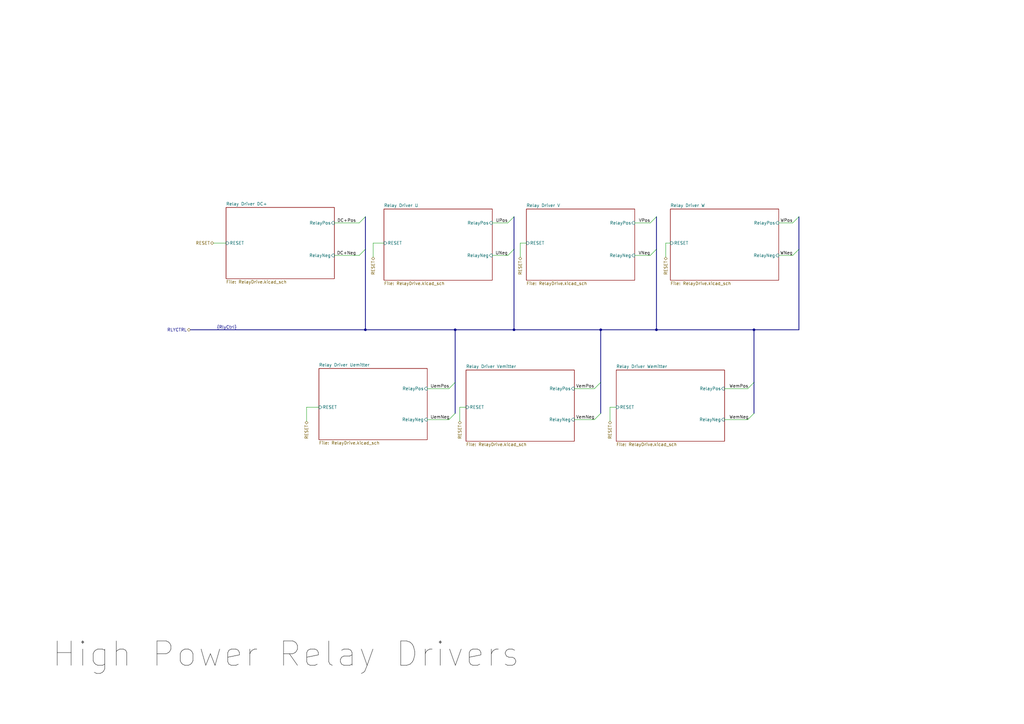
<source format=kicad_sch>
(kicad_sch (version 20230121) (generator eeschema)
  (paper "A3")
  (title_block (title "TEST137- GAVIM Upgrade V2") (date "2024-01-02") (rev "Is01.00") (company "Control Techniques"))
  (lib_symbols)
  (bus_alias "RlyCtrl" (members "DC+Pos" "DC+Neg" "UPos" "UNeg" "VPos" "VNeg" "WPos" "WNeg" "UemPos" "UemNeg" "VemPos" "VemNeg" "WemPos" "WemNeg" "CurrPos" "CurrNeg"))
  (junction (at 186.69 135.255))
  (junction (at 309.245 135.255))
  (junction (at 246.38 135.255))
  (junction (at 269.24 135.255))
  (junction (at 210.82 135.255))
  (junction (at 149.86 135.255))
  (bus_entry (at 147.32 104.775) (size 2.54 -2.54))
  (bus_entry (at 208.28 91.44) (size 2.54 -2.54))
  (bus_entry (at 184.15 172.085) (size 2.54 -2.54))
  (bus_entry (at 208.28 104.775) (size 2.54 -2.54))
  (bus_entry (at 147.32 91.44) (size 2.54 -2.54))
  (bus_entry (at 184.15 159.385) (size 2.54 -2.54))
  (bus_entry (at 266.7 91.44) (size 2.54 -2.54))
  (bus_entry (at 306.705 159.385) (size 2.54 -2.54))
  (bus_entry (at 266.7 104.775) (size 2.54 -2.54))
  (bus_entry (at 306.705 172.085) (size 2.54 -2.54))
  (bus_entry (at 243.84 159.385) (size 2.54 -2.54))
  (bus_entry (at 325.12 104.775) (size 2.54 -2.54))
  (bus_entry (at 243.84 172.085) (size 2.54 -2.54))
  (bus_entry (at 325.12 91.44) (size 2.54 -2.54))
  (wire (pts (xy 260.35 104.775) (xy 266.7 104.775)))
  (wire (pts (xy 319.405 104.775) (xy 325.12 104.775)))
  (wire (pts (xy 153.035 99.695) (xy 157.48 99.695)))
  (wire (pts (xy 273.05 99.695) (xy 274.955 99.695)))
  (wire (pts (xy 188.595 167.005) (xy 191.135 167.005)))
  (bus (pts (xy 246.38 135.255) (xy 246.38 156.845)))
  (wire (pts (xy 213.36 99.695) (xy 215.9 99.695)))
  (bus (pts (xy 78.105 135.255) (xy 149.86 135.255)))
  (wire (pts (xy 125.73 172.72) (xy 125.73 167.005)))
  (wire (pts (xy 235.585 172.085) (xy 243.84 172.085)))
  (bus (pts (xy 186.69 135.255) (xy 210.82 135.255)))
  (wire (pts (xy 137.16 91.44) (xy 147.32 91.44)))
  (wire (pts (xy 235.585 159.385) (xy 243.84 159.385)))
  (bus (pts (xy 186.69 135.255) (xy 186.69 156.845)))
  (bus (pts (xy 269.24 102.235) (xy 269.24 135.255)))
  (bus (pts (xy 210.82 88.9) (xy 210.82 102.235)))
  (bus (pts (xy 309.245 135.255) (xy 327.66 135.255)))
  (wire (pts (xy 201.93 91.44) (xy 208.28 91.44)))
  (wire (pts (xy 208.28 104.775) (xy 201.93 104.775)))
  (bus (pts (xy 269.24 88.9) (xy 269.24 102.235)))
  (bus (pts (xy 309.245 156.845) (xy 309.245 169.545)))
  (wire (pts (xy 188.595 172.72) (xy 188.595 167.005)))
  (wire (pts (xy 213.36 105.41) (xy 213.36 99.695)))
  (bus (pts (xy 327.66 135.255) (xy 327.66 102.235)))
  (bus (pts (xy 149.86 88.9) (xy 149.86 102.235)))
  (bus (pts (xy 246.38 156.845) (xy 246.38 169.545)))
  (bus (pts (xy 246.38 135.255) (xy 269.24 135.255)))
  (bus (pts (xy 210.82 102.235) (xy 210.82 135.255)))
  (wire (pts (xy 260.35 91.44) (xy 266.7 91.44)))
  (bus (pts (xy 327.66 88.9) (xy 327.66 102.235)))
  (bus (pts (xy 186.69 156.845) (xy 186.69 169.545)))
  (wire (pts (xy 125.73 167.005) (xy 130.81 167.005)))
  (wire (pts (xy 250.19 172.72) (xy 250.19 167.005)))
  (wire (pts (xy 319.405 91.44) (xy 325.12 91.44)))
  (bus (pts (xy 309.245 135.255) (xy 309.245 156.845)))
  (wire (pts (xy 250.19 167.005) (xy 252.73 167.005)))
  (bus (pts (xy 269.24 135.255) (xy 309.245 135.255)))
  (bus (pts (xy 210.82 135.255) (xy 246.38 135.255)))
  (wire (pts (xy 153.035 105.41) (xy 153.035 99.695)))
  (wire (pts (xy 297.18 172.085) (xy 306.705 172.085)))
  (bus (pts (xy 149.86 135.255) (xy 186.69 135.255)))
  (wire (pts (xy 175.26 159.385) (xy 184.15 159.385)))
  (bus (pts (xy 149.86 102.235) (xy 149.86 135.255)))
  (wire (pts (xy 297.18 159.385) (xy 306.705 159.385)))
  (wire (pts (xy 175.26 172.085) (xy 184.15 172.085)))
  (wire (pts (xy 147.32 104.775) (xy 137.16 104.775)))
  (wire (pts (xy 92.71 99.695) (xy 87.63 99.695)))
  (wire (pts (xy 273.05 105.41) (xy 273.05 99.695)))
  (label "VPos" (at 266.7 91.44 180))
  (label "{RlyCtrl}" (at 88.9 135.255 0))
  (label "WemNeg" (at 299.085 172.085 0))
  (label "UPos" (at 208.28 91.44 180))
  (label "UemNeg" (at 176.53 172.085 0))
  (label "VemNeg" (at 236.22 172.085 0))
  (label "VNeg" (at 266.7 104.775 180))
  (label "DC+Neg" (at 146.05 104.775 180))
  (label "WemPos" (at 299.085 159.385 0))
  (label "WNeg" (at 325.12 104.775 180))
  (label "UemPos" (at 176.53 159.385 0))
  (label "DC+Pos" (at 146.05 91.44 180))
  (label "WPos" (at 325.12 91.44 180))
  (label "UNeg" (at 208.28 104.775 180))
  (label "High Power Relay Drivers" (at 20.955 276.86 0) (effects (font (size 10 10))))
  (label "VemPos" (at 236.22 159.385 0))
  (hierarchical_label "RESET" (shape bidirectional) (at 87.63 99.695 180))
  (hierarchical_label "RESET" (shape bidirectional) (at 125.73 172.72 270))
  (hierarchical_label "RESET" (shape bidirectional) (at 153.035 105.41 270))
  (hierarchical_label "RESET" (shape bidirectional) (at 188.595 172.72 270))
  (hierarchical_label "RESET" (shape bidirectional) (at 213.36 105.41 270))
  (hierarchical_label "RLYCTRL" (shape bidirectional) (at 78.105 135.255 180))
  (hierarchical_label "RESET" (shape bidirectional) (at 273.05 105.41 270))
  (hierarchical_label "RESET" (shape bidirectional) (at 250.19 172.72 270))
  (sheet (at 157.48 85.725) (size 44.45 29.21) (stroke (width 0.1524))
    (property "Sheetname" "Relay Driver U" (at 157.48 85.0134 0) (effects (justify left bottom)))
    (property "Sheetfile" "RelayDrive.kicad_sch" (at 157.48 115.5196 0) (effects (justify left top)))
    (pin "RESET" input (at 157.48 99.695 180))
    (pin "RelayPos" input (at 201.93 91.44 0))
    (pin "RelayNeg" input (at 201.93 104.775 0))
  )
  (sheet (at 92.71 85.09) (size 44.45 29.21) (stroke (width 0.1524))
    (property "Sheetname" "Relay Driver DC+" (at 92.71 84.3784 0) (effects (justify left bottom)))
    (property "Sheetfile" "RelayDrive.kicad_sch" (at 92.71 114.8846 0) (effects (justify left top)))
    (pin "RESET" input (at 92.71 99.695 180))
    (pin "RelayPos" input (at 137.16 91.44 0))
    (pin "RelayNeg" input (at 137.16 104.775 0))
  )
  (sheet (at 274.955 85.725) (size 44.45 29.21) (stroke (width 0.1524))
    (property "Sheetname" "Relay Driver W" (at 274.955 85.0134 0) (effects (justify left bottom)))
    (property "Sheetfile" "RelayDrive.kicad_sch" (at 274.955 115.5196 0) (effects (justify left top)))
    (pin "RESET" input (at 274.955 99.695 180))
    (pin "RelayPos" input (at 319.405 91.44 0))
    (pin "RelayNeg" input (at 319.405 104.775 0))
  )
  (sheet (at 130.81 151.13) (size 44.45 29.21) (stroke (width 0.1524))
    (property "Sheetname" "Relay Driver Uemitter" (at 130.81 150.4184 0) (effects (justify left bottom)))
    (property "Sheetfile" "RelayDrive.kicad_sch" (at 130.81 180.9246 0) (effects (justify left top)))
    (pin "RESET" input (at 130.81 167.005 180))
    (pin "RelayPos" input (at 175.26 159.385 0))
    (pin "RelayNeg" input (at 175.26 172.085 0))
  )
  (sheet (at 252.73 151.765) (size 44.45 29.21) (stroke (width 0.1524))
    (property "Sheetname" "Relay Driver Wemitter" (at 252.73 151.0534 0) (effects (justify left bottom)))
    (property "Sheetfile" "RelayDrive.kicad_sch" (at 252.73 181.5596 0) (effects (justify left top)))
    (pin "RESET" input (at 252.73 167.005 180))
    (pin "RelayPos" input (at 297.18 159.385 0))
    (pin "RelayNeg" input (at 297.18 172.085 0))
  )
  (sheet (at 191.135 151.765) (size 44.45 29.21) (stroke (width 0.1524))
    (property "Sheetname" "Relay Driver Vemitter" (at 191.135 151.0534 0) (effects (justify left bottom)))
    (property "Sheetfile" "RelayDrive.kicad_sch" (at 191.135 181.5596 0) (effects (justify left top)))
    (pin "RESET" input (at 191.135 167.005 180))
    (pin "RelayPos" input (at 235.585 159.385 0))
    (pin "RelayNeg" input (at 235.585 172.085 0))
  )
  (sheet (at 215.9 85.725) (size 44.45 29.21) (stroke (width 0.1524))
    (property "Sheetname" "Relay Driver V" (at 215.9 85.0134 0) (effects (justify left bottom)))
    (property "Sheetfile" "RelayDrive.kicad_sch" (at 215.9 115.5196 0) (effects (justify left top)))
    (pin "RESET" input (at 215.9 99.695 180))
    (pin "RelayPos" input (at 260.35 91.44 0))
    (pin "RelayNeg" input (at 260.35 104.775 0))
  )
)
</source>
